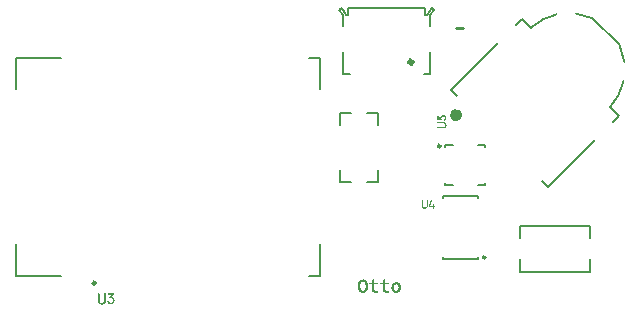
<source format=gto>
G04 Layer_Color=65535*
%FSLAX44Y44*%
%MOMM*%
G71*
G01*
G75*
%ADD30C,0.2000*%
%ADD31C,0.2500*%
%ADD52C,0.1500*%
%ADD54C,0.4000*%
%ADD55C,0.6000*%
%ADD56C,0.2540*%
G36*
X380967Y26622D02*
X381182Y26603D01*
X381455Y26564D01*
X381728Y26525D01*
X382020Y26447D01*
X382313Y26349D01*
X382352Y26330D01*
X382430Y26291D01*
X382567Y26232D01*
X382742Y26154D01*
X382937Y26037D01*
X383152Y25881D01*
X383367Y25725D01*
X383562Y25530D01*
X383581Y25510D01*
X383640Y25432D01*
X383737Y25315D01*
X383854Y25159D01*
X383991Y24964D01*
X384127Y24730D01*
X384244Y24457D01*
X384361Y24164D01*
X384381Y24125D01*
X384400Y24028D01*
X384439Y23852D01*
X384498Y23618D01*
X384557Y23345D01*
X384595Y23033D01*
X384615Y22682D01*
X384635Y22292D01*
Y22272D01*
Y22253D01*
Y22194D01*
Y22116D01*
X384615Y21921D01*
X384595Y21687D01*
X384557Y21394D01*
X384518Y21082D01*
X384439Y20751D01*
X384342Y20438D01*
X384322Y20399D01*
X384283Y20302D01*
X384225Y20146D01*
X384127Y19951D01*
X384010Y19736D01*
X383874Y19502D01*
X383718Y19268D01*
X383523Y19034D01*
X383503Y19014D01*
X383425Y18936D01*
X383308Y18839D01*
X383172Y18702D01*
X382976Y18546D01*
X382742Y18410D01*
X382489Y18254D01*
X382216Y18117D01*
X382177Y18097D01*
X382079Y18078D01*
X381923Y18019D01*
X381708Y17961D01*
X381435Y17902D01*
X381143Y17863D01*
X380811Y17824D01*
X380440Y17805D01*
X380284D01*
X380109Y17824D01*
X379875Y17844D01*
X379621Y17863D01*
X379348Y17922D01*
X379055Y17981D01*
X378763Y18078D01*
X378724Y18097D01*
X378646Y18137D01*
X378509Y18195D01*
X378334Y18293D01*
X378119Y18390D01*
X377924Y18546D01*
X377710Y18702D01*
X377495Y18897D01*
X377475Y18917D01*
X377417Y18995D01*
X377319Y19112D01*
X377202Y19268D01*
X377085Y19463D01*
X376949Y19697D01*
X376832Y19970D01*
X376715Y20263D01*
X376695Y20302D01*
X376676Y20399D01*
X376637Y20575D01*
X376578Y20809D01*
X376520Y21082D01*
X376480Y21414D01*
X376461Y21784D01*
X376441Y22174D01*
Y22194D01*
Y22213D01*
Y22272D01*
Y22350D01*
X376461Y22526D01*
X376480Y22779D01*
X376500Y23052D01*
X376558Y23365D01*
X376617Y23677D01*
X376715Y23989D01*
Y24008D01*
X376734Y24028D01*
X376773Y24125D01*
X376832Y24281D01*
X376929Y24476D01*
X377046Y24711D01*
X377183Y24945D01*
X377339Y25179D01*
X377534Y25413D01*
X377553Y25432D01*
X377631Y25510D01*
X377748Y25608D01*
X377905Y25744D01*
X378100Y25881D01*
X378334Y26037D01*
X378587Y26174D01*
X378860Y26310D01*
X378899Y26330D01*
X378997Y26369D01*
X379153Y26408D01*
X379368Y26486D01*
X379641Y26544D01*
X379933Y26583D01*
X380265Y26622D01*
X380616Y26642D01*
X380772D01*
X380967Y26622D01*
D02*
G37*
G36*
X410653Y96576D02*
X410712Y96564D01*
X410841Y96517D01*
X410911Y96482D01*
X410981Y96424D01*
X410993Y96412D01*
X411016Y96400D01*
X411040Y96365D01*
X411075Y96318D01*
X411145Y96190D01*
X411157Y96108D01*
X411169Y96026D01*
Y96014D01*
Y95967D01*
X411157Y95897D01*
X411133Y95827D01*
X409506Y91201D01*
X411649D01*
Y92337D01*
Y92349D01*
Y92361D01*
X411660Y92431D01*
X411684Y92513D01*
X411719Y92618D01*
X411789Y92724D01*
X411883Y92817D01*
X412023Y92876D01*
X412105Y92887D01*
X412199Y92899D01*
X412222D01*
X412293Y92887D01*
X412374Y92876D01*
X412480Y92829D01*
X412585Y92759D01*
X412679Y92665D01*
X412738Y92524D01*
X412749Y92431D01*
X412761Y92337D01*
Y91201D01*
X413265D01*
X413335Y91190D01*
X413428Y91166D01*
X413534Y91131D01*
X413639Y91061D01*
X413721Y90955D01*
X413768Y90897D01*
X413791Y90815D01*
X413803Y90733D01*
X413815Y90628D01*
Y90616D01*
Y90604D01*
X413803Y90546D01*
X413780Y90452D01*
X413745Y90347D01*
X413674Y90241D01*
X413569Y90159D01*
X413510Y90112D01*
X413428Y90089D01*
X413346Y90077D01*
X413241Y90066D01*
X412761D01*
Y89457D01*
Y89433D01*
X412749Y89375D01*
X412738Y89281D01*
X412691Y89187D01*
X412620Y89082D01*
X412527Y88988D01*
X412386Y88930D01*
X412293Y88918D01*
X412199Y88906D01*
X412175D01*
X412117Y88918D01*
X412023Y88941D01*
X411930Y88977D01*
X411824Y89047D01*
X411730Y89141D01*
X411672Y89281D01*
X411660Y89363D01*
X411649Y89457D01*
Y90066D01*
X408604D01*
X408557Y90077D01*
X408487Y90101D01*
X408417Y90136D01*
X408346Y90206D01*
X408276Y90311D01*
X408253Y90370D01*
X408229Y90452D01*
X408218Y90534D01*
Y90639D01*
Y90651D01*
Y90674D01*
Y90721D01*
X408229Y90792D01*
X408253Y90944D01*
X408300Y91119D01*
X410068Y96213D01*
X410079Y96225D01*
X410091Y96271D01*
X410126Y96330D01*
X410185Y96400D01*
X410243Y96471D01*
X410337Y96529D01*
X410443Y96576D01*
X410571Y96588D01*
X410606D01*
X410653Y96576D01*
D02*
G37*
G36*
X371311Y26466D02*
X374608D01*
Y24886D01*
X371311D01*
Y20887D01*
Y20848D01*
Y20770D01*
X371331Y20633D01*
X371350Y20477D01*
X371389Y20302D01*
X371448Y20126D01*
X371526Y19951D01*
X371643Y19795D01*
X371662Y19775D01*
X371701Y19736D01*
X371799Y19678D01*
X371916Y19619D01*
X372052Y19541D01*
X372247Y19483D01*
X372481Y19444D01*
X372755Y19424D01*
X372950D01*
X373067Y19444D01*
X373223D01*
X373379Y19463D01*
X373730Y19502D01*
X373750D01*
X373808Y19522D01*
X373906Y19541D01*
X374023Y19561D01*
X374296Y19619D01*
X374608Y19697D01*
Y18078D01*
X374588D01*
X374510Y18059D01*
X374393Y18039D01*
X374257Y18019D01*
X374081Y17981D01*
X373886Y17941D01*
X373476Y17883D01*
X373457D01*
X373379Y17863D01*
X373281D01*
X373145Y17844D01*
X372989Y17824D01*
X372794D01*
X372423Y17805D01*
X372286D01*
X372130Y17824D01*
X371935D01*
X371701Y17844D01*
X371467Y17883D01*
X371214Y17922D01*
X370979Y17981D01*
X370960D01*
X370882Y18019D01*
X370765Y18059D01*
X370628Y18097D01*
X370297Y18254D01*
X370141Y18371D01*
X369985Y18488D01*
X369965Y18507D01*
X369926Y18546D01*
X369848Y18644D01*
X369770Y18741D01*
X369673Y18878D01*
X369575Y19034D01*
X369477Y19209D01*
X369399Y19404D01*
Y19424D01*
X369380Y19502D01*
X369341Y19619D01*
X369321Y19775D01*
X369282Y19970D01*
X369243Y20204D01*
X369224Y20458D01*
Y20731D01*
Y24886D01*
X366941D01*
Y26466D01*
X369224D01*
Y28631D01*
X371311Y29178D01*
Y26466D01*
D02*
G37*
G36*
X352779Y29061D02*
X352955Y29041D01*
X353169Y29002D01*
X353404Y28963D01*
X353638Y28905D01*
X353911Y28826D01*
X354164Y28729D01*
X354437Y28612D01*
X354711Y28475D01*
X354964Y28300D01*
X355218Y28105D01*
X355452Y27890D01*
X355666Y27636D01*
X355686Y27617D01*
X355705Y27578D01*
X355764Y27480D01*
X355842Y27363D01*
X355920Y27227D01*
X356017Y27051D01*
X356115Y26837D01*
X356213Y26583D01*
X356310Y26310D01*
X356408Y25998D01*
X356505Y25647D01*
X356583Y25276D01*
X356661Y24886D01*
X356720Y24437D01*
X356739Y23969D01*
X356759Y23482D01*
Y23462D01*
Y23423D01*
Y23345D01*
Y23228D01*
X356739Y23111D01*
Y22955D01*
X356720Y22604D01*
X356681Y22213D01*
X356603Y21784D01*
X356525Y21336D01*
X356408Y20926D01*
Y20907D01*
X356388Y20887D01*
X356369Y20828D01*
X356349Y20751D01*
X356271Y20555D01*
X356154Y20302D01*
X356017Y20029D01*
X355861Y19717D01*
X355666Y19424D01*
X355452Y19151D01*
X355432Y19112D01*
X355354Y19034D01*
X355218Y18917D01*
X355042Y18761D01*
X354847Y18605D01*
X354593Y18429D01*
X354320Y18273D01*
X354028Y18137D01*
X353989Y18117D01*
X353891Y18078D01*
X353735Y18039D01*
X353521Y17981D01*
X353267Y17902D01*
X352974Y17863D01*
X352643Y17824D01*
X352311Y17805D01*
X352214D01*
X352096Y17824D01*
X351960D01*
X351784Y17844D01*
X351570Y17883D01*
X351336Y17922D01*
X351102Y17981D01*
X350829Y18059D01*
X350575Y18156D01*
X350302Y18273D01*
X350029Y18410D01*
X349775Y18566D01*
X349522Y18761D01*
X349287Y18975D01*
X349073Y19229D01*
X349053Y19248D01*
X349034Y19288D01*
X348975Y19385D01*
X348897Y19502D01*
X348819Y19639D01*
X348741Y19834D01*
X348644Y20029D01*
X348546Y20282D01*
X348429Y20555D01*
X348332Y20868D01*
X348254Y21219D01*
X348176Y21589D01*
X348097Y21979D01*
X348039Y22428D01*
X348019Y22896D01*
X348000Y23384D01*
Y23403D01*
Y23442D01*
Y23521D01*
Y23638D01*
X348019Y23755D01*
Y23911D01*
X348039Y24262D01*
X348078Y24652D01*
X348136Y25081D01*
X348215Y25530D01*
X348332Y25939D01*
Y25959D01*
X348351Y25978D01*
X348371Y26037D01*
X348390Y26115D01*
X348468Y26310D01*
X348585Y26564D01*
X348722Y26837D01*
X348878Y27129D01*
X349073Y27422D01*
X349287Y27695D01*
X349307Y27734D01*
X349404Y27812D01*
X349522Y27929D01*
X349697Y28085D01*
X349892Y28261D01*
X350126Y28436D01*
X350399Y28592D01*
X350692Y28729D01*
X350731Y28749D01*
X350829Y28788D01*
X351004Y28846D01*
X351219Y28905D01*
X351472Y28963D01*
X351765Y29022D01*
X352096Y29061D01*
X352428Y29080D01*
X352643D01*
X352779Y29061D01*
D02*
G37*
G36*
X361928Y26466D02*
X365225D01*
Y24886D01*
X361928D01*
Y20887D01*
Y20848D01*
Y20770D01*
X361948Y20633D01*
X361967Y20477D01*
X362006Y20302D01*
X362065Y20126D01*
X362143Y19951D01*
X362260Y19795D01*
X362279Y19775D01*
X362318Y19736D01*
X362416Y19678D01*
X362533Y19619D01*
X362669Y19541D01*
X362864Y19483D01*
X363099Y19444D01*
X363372Y19424D01*
X363567D01*
X363684Y19444D01*
X363840D01*
X363996Y19463D01*
X364347Y19502D01*
X364366D01*
X364425Y19522D01*
X364523Y19541D01*
X364640Y19561D01*
X364913Y19619D01*
X365225Y19697D01*
Y18078D01*
X365205D01*
X365127Y18059D01*
X365010Y18039D01*
X364874Y18019D01*
X364698Y17981D01*
X364503Y17941D01*
X364093Y17883D01*
X364074D01*
X363996Y17863D01*
X363898D01*
X363762Y17844D01*
X363606Y17824D01*
X363411D01*
X363040Y17805D01*
X362904D01*
X362747Y17824D01*
X362552D01*
X362318Y17844D01*
X362084Y17883D01*
X361831Y17922D01*
X361596Y17981D01*
X361577D01*
X361499Y18019D01*
X361382Y18059D01*
X361245Y18097D01*
X360914Y18254D01*
X360758Y18371D01*
X360602Y18488D01*
X360582Y18507D01*
X360543Y18546D01*
X360465Y18644D01*
X360387Y18741D01*
X360289Y18878D01*
X360192Y19034D01*
X360094Y19209D01*
X360016Y19404D01*
Y19424D01*
X359997Y19502D01*
X359958Y19619D01*
X359938Y19775D01*
X359899Y19970D01*
X359860Y20204D01*
X359841Y20458D01*
Y20731D01*
Y24886D01*
X357559D01*
Y26466D01*
X359841D01*
Y28631D01*
X361928Y29178D01*
Y26466D01*
D02*
G37*
G36*
X141401Y17451D02*
X141504Y17407D01*
X141606Y17364D01*
X141679Y17290D01*
X141738Y17188D01*
X141767Y17042D01*
Y17027D01*
X141753Y16998D01*
X141738Y16925D01*
X141694Y16837D01*
X141621Y16720D01*
X141504Y16573D01*
X141358Y16398D01*
X141153Y16193D01*
X139660Y14686D01*
X139690D01*
X139763Y14657D01*
X139895Y14628D01*
X140041Y14569D01*
X140231Y14496D01*
X140436Y14394D01*
X140655Y14262D01*
X140889Y14101D01*
X141124Y13911D01*
X141343Y13677D01*
X141548Y13413D01*
X141738Y13091D01*
X141899Y12740D01*
X142016Y12331D01*
X142089Y11877D01*
X142118Y11365D01*
Y11350D01*
Y11292D01*
Y11219D01*
X142104Y11102D01*
X142089Y10970D01*
X142060Y10809D01*
X142031Y10633D01*
X142001Y10443D01*
X141884Y10034D01*
X141797Y9814D01*
X141709Y9595D01*
X141592Y9390D01*
X141460Y9170D01*
X141314Y8966D01*
X141138Y8775D01*
X141124Y8761D01*
X141094Y8731D01*
X141050Y8688D01*
X140977Y8644D01*
X140889Y8571D01*
X140802Y8497D01*
X140670Y8410D01*
X140538Y8336D01*
X140392Y8249D01*
X140231Y8161D01*
X139865Y8029D01*
X139660Y7971D01*
X139456Y7927D01*
X139236Y7898D01*
X139002Y7883D01*
X138914D01*
X138841Y7898D01*
X138753D01*
X138651Y7912D01*
X138432Y7956D01*
X138153Y8015D01*
X137861Y8117D01*
X137568Y8249D01*
X137276Y8439D01*
X137261Y8454D01*
X137246Y8468D01*
X137203Y8512D01*
X137144Y8556D01*
X136998Y8702D01*
X136822Y8892D01*
X136617Y9141D01*
X136427Y9434D01*
X136237Y9785D01*
X136091Y10180D01*
Y10195D01*
X136076Y10253D01*
X136061Y10312D01*
Y10399D01*
Y10414D01*
Y10458D01*
X136076Y10502D01*
X136091Y10575D01*
X136149Y10736D01*
X136193Y10824D01*
X136266Y10897D01*
X136281Y10912D01*
X136310Y10926D01*
X136339Y10955D01*
X136398Y10999D01*
X136559Y11058D01*
X136647Y11072D01*
X136749Y11087D01*
X136764D01*
X136822Y11072D01*
X136910Y11058D01*
X137012Y11014D01*
X137115Y10941D01*
X137232Y10838D01*
X137320Y10692D01*
X137393Y10502D01*
X137407Y10473D01*
X137437Y10414D01*
X137480Y10312D01*
X137554Y10195D01*
X137641Y10048D01*
X137773Y9887D01*
X137919Y9726D01*
X138095Y9580D01*
X138110Y9566D01*
X138168Y9536D01*
X138241Y9507D01*
X138344Y9463D01*
X138475Y9405D01*
X138622Y9375D01*
X138797Y9346D01*
X138987Y9331D01*
X139017D01*
X139104Y9346D01*
X139236Y9361D01*
X139397Y9390D01*
X139587Y9434D01*
X139777Y9522D01*
X139968Y9624D01*
X140158Y9770D01*
Y9785D01*
X140187Y9800D01*
X140246Y9887D01*
X140348Y10034D01*
X140465Y10224D01*
X140568Y10443D01*
X140670Y10721D01*
X140728Y11028D01*
X140758Y11365D01*
Y11380D01*
Y11409D01*
Y11467D01*
X140743Y11526D01*
Y11614D01*
X140728Y11716D01*
X140685Y11936D01*
X140611Y12184D01*
X140509Y12433D01*
X140363Y12682D01*
X140173Y12887D01*
X140158Y12901D01*
X140099Y12945D01*
X139997Y13004D01*
X139865Y13091D01*
X139690Y13164D01*
X139500Y13252D01*
X139265Y13311D01*
X139002Y13369D01*
X138929D01*
X138856Y13384D01*
X138753D01*
X138622Y13399D01*
X138490Y13413D01*
X138183Y13428D01*
X138139D01*
X138080Y13442D01*
X138022Y13457D01*
X137875Y13516D01*
X137788Y13560D01*
X137715Y13618D01*
Y13633D01*
X137685Y13647D01*
X137627Y13735D01*
X137568Y13852D01*
X137554Y13940D01*
X137539Y14013D01*
Y14028D01*
Y14072D01*
X137554Y14130D01*
X137568Y14203D01*
X137598Y14306D01*
X137656Y14408D01*
X137715Y14511D01*
X137802Y14613D01*
X139339Y16047D01*
X137100D01*
X137027Y16061D01*
X136910Y16091D01*
X136793Y16135D01*
X136661Y16222D01*
X136544Y16339D01*
X136471Y16515D01*
X136456Y16617D01*
X136442Y16734D01*
Y16749D01*
Y16764D01*
X136456Y16851D01*
X136471Y16968D01*
X136530Y17100D01*
X136603Y17232D01*
X136720Y17334D01*
X136895Y17422D01*
X136998Y17437D01*
X137115Y17451D01*
X141241Y17466D01*
X141328D01*
X141401Y17451D01*
D02*
G37*
G36*
X420717Y162375D02*
X420881Y162351D01*
X421068Y162304D01*
X421279Y162246D01*
X421513Y162176D01*
X421747Y162070D01*
X421981Y161930D01*
X422215Y161766D01*
X422438Y161555D01*
X422649Y161309D01*
X422742Y161168D01*
X422824Y161016D01*
X422906Y160841D01*
X422977Y160665D01*
X423035Y160478D01*
X423082Y160279D01*
X423117Y160056D01*
X423140Y159822D01*
Y159810D01*
Y159775D01*
Y159717D01*
Y159646D01*
Y159553D01*
X423129Y159436D01*
X423117Y159319D01*
X423094Y159190D01*
X423035Y158885D01*
X422988Y158733D01*
X422930Y158569D01*
X422859Y158405D01*
X422777Y158241D01*
X422684Y158089D01*
X422567Y157925D01*
X422555Y157913D01*
X422532Y157890D01*
X422485Y157843D01*
X422426Y157785D01*
X422356Y157714D01*
X422262Y157632D01*
X422157Y157550D01*
X422040Y157468D01*
X421899Y157375D01*
X421759Y157293D01*
X421583Y157211D01*
X421408Y157141D01*
X421220Y157082D01*
X421009Y157035D01*
X420799Y157012D01*
X420564Y157000D01*
X415963D01*
X415892Y157012D01*
X415799Y157035D01*
X415693Y157070D01*
X415588Y157141D01*
X415506Y157234D01*
X415436Y157375D01*
X415424Y157457D01*
X415412Y157550D01*
Y157562D01*
Y157574D01*
X415424Y157644D01*
X415447Y157726D01*
X415483Y157831D01*
X415553Y157937D01*
X415658Y158030D01*
X415717Y158066D01*
X415799Y158089D01*
X415881Y158101D01*
X415986Y158112D01*
X420635D01*
X420693Y158124D01*
X420752Y158136D01*
X420822Y158147D01*
X420998Y158183D01*
X421208Y158253D01*
X421419Y158358D01*
X421525Y158417D01*
X421642Y158499D01*
X421747Y158581D01*
X421852Y158686D01*
X421864Y158710D01*
X421888Y158768D01*
X421923Y158850D01*
X421958Y158979D01*
X421993Y159131D01*
X422028Y159295D01*
X422040Y159494D01*
Y159705D01*
Y159728D01*
X422028Y159775D01*
X422016Y159845D01*
X422005Y159951D01*
X421970Y160068D01*
X421934Y160208D01*
X421876Y160349D01*
X421806Y160501D01*
X421724Y160642D01*
X421618Y160782D01*
X421501Y160923D01*
X421349Y161040D01*
X421173Y161145D01*
X420974Y161215D01*
X420752Y161274D01*
X420494Y161286D01*
X415963D01*
X415892Y161297D01*
X415799Y161309D01*
X415693Y161356D01*
X415588Y161414D01*
X415506Y161508D01*
X415436Y161649D01*
X415424Y161731D01*
X415412Y161824D01*
Y161836D01*
Y161848D01*
X415424Y161918D01*
X415447Y162000D01*
X415483Y162105D01*
X415553Y162211D01*
X415658Y162304D01*
X415717Y162339D01*
X415799Y162363D01*
X415881Y162375D01*
X415986Y162386D01*
X420600D01*
X420717Y162375D01*
D02*
G37*
G36*
X420576Y168253D02*
X420670D01*
X420787Y168229D01*
X420916Y168218D01*
X421045Y168194D01*
X421349Y168124D01*
X421665Y168018D01*
X421829Y167948D01*
X421981Y167878D01*
X422133Y167784D01*
X422286Y167679D01*
X422297Y167667D01*
X422321Y167656D01*
X422356Y167620D01*
X422403Y167574D01*
X422461Y167515D01*
X422520Y167445D01*
X422590Y167363D01*
X422660Y167269D01*
X422731Y167164D01*
X422801Y167035D01*
X422871Y166906D01*
X422941Y166766D01*
X422988Y166602D01*
X423035Y166426D01*
X423070Y166250D01*
X423094Y166051D01*
Y166040D01*
Y166016D01*
Y165969D01*
Y165899D01*
Y165817D01*
X423082Y165735D01*
X423059Y165513D01*
X423012Y165267D01*
X422918Y165009D01*
X422859Y164869D01*
X422789Y164728D01*
X422707Y164599D01*
X422614Y164471D01*
X422602Y164459D01*
X422590Y164447D01*
X422555Y164412D01*
X422520Y164365D01*
X422403Y164260D01*
X422251Y164119D01*
X422052Y163967D01*
X421817Y163815D01*
X421536Y163674D01*
X421232Y163545D01*
X421208D01*
X421162Y163534D01*
X421103Y163522D01*
X421021Y163510D01*
X420986D01*
X420939Y163522D01*
X420881Y163534D01*
X420764Y163581D01*
X420693Y163616D01*
X420635Y163674D01*
X420623Y163686D01*
X420611Y163710D01*
X420588Y163745D01*
X420553Y163791D01*
X420506Y163920D01*
X420494Y163990D01*
X420482Y164072D01*
Y164084D01*
X420494Y164131D01*
X420506Y164201D01*
X420541Y164283D01*
X420600Y164365D01*
X420693Y164447D01*
X420822Y164529D01*
X420892Y164564D01*
X420986Y164588D01*
X420998D01*
X421033Y164611D01*
X421080Y164634D01*
X421150Y164670D01*
X421232Y164716D01*
X421314Y164775D01*
X421501Y164916D01*
X421688Y165115D01*
X421771Y165220D01*
X421852Y165349D01*
X421911Y165478D01*
X421958Y165618D01*
X421981Y165782D01*
Y165946D01*
Y165958D01*
Y165969D01*
X421970Y166051D01*
X421946Y166157D01*
X421899Y166285D01*
X421841Y166438D01*
X421747Y166590D01*
X421630Y166742D01*
X421478Y166871D01*
X421454Y166883D01*
X421396Y166918D01*
X421314Y166965D01*
X421185Y167023D01*
X421021Y167082D01*
X420845Y167129D01*
X420623Y167164D01*
X420389Y167176D01*
X420330D01*
X420283Y167164D01*
X420166Y167152D01*
X420014Y167129D01*
X419838Y167070D01*
X419663Y167000D01*
X419464Y166906D01*
X419288Y166766D01*
X419265Y166742D01*
X419218Y166695D01*
X419136Y166613D01*
X419054Y166496D01*
X418972Y166356D01*
X418890Y166204D01*
X418843Y166016D01*
X418820Y165829D01*
Y165817D01*
Y165794D01*
Y165759D01*
Y165700D01*
X418843Y165571D01*
X418867Y165396D01*
X418913Y165197D01*
X418984Y164998D01*
X419077Y164787D01*
X419206Y164599D01*
X419218Y164588D01*
X419241Y164553D01*
X419276Y164506D01*
X419311Y164436D01*
X419382Y164283D01*
X419405Y164201D01*
X419417Y164119D01*
Y164096D01*
X419405Y164049D01*
X419394Y163979D01*
X419358Y163897D01*
X419288Y163803D01*
X419206Y163733D01*
X419077Y163686D01*
X419007Y163663D01*
X415436D01*
Y167152D01*
Y167164D01*
Y167176D01*
X415447Y167246D01*
X415459Y167328D01*
X415506Y167433D01*
X415576Y167539D01*
X415670Y167632D01*
X415810Y167691D01*
X415904Y167702D01*
X415998Y167714D01*
X416021D01*
X416080Y167702D01*
X416173Y167691D01*
X416267Y167644D01*
X416372Y167574D01*
X416466Y167480D01*
X416525Y167339D01*
X416536Y167246D01*
X416548Y167152D01*
Y164752D01*
X417906D01*
X417895Y164763D01*
X417871Y164822D01*
X417836Y164904D01*
X417789Y165021D01*
X417754Y165173D01*
X417719Y165361D01*
X417696Y165583D01*
X417684Y165829D01*
Y165841D01*
Y165876D01*
Y165923D01*
X417696Y165993D01*
X417707Y166075D01*
X417731Y166168D01*
X417754Y166274D01*
X417789Y166391D01*
X417824Y166520D01*
X417883Y166660D01*
X417942Y166801D01*
X418023Y166941D01*
X418117Y167082D01*
X418223Y167234D01*
X418351Y167374D01*
X418492Y167515D01*
X418504Y167527D01*
X418527Y167550D01*
X418574Y167585D01*
X418632Y167632D01*
X418714Y167691D01*
X418808Y167749D01*
X418913Y167819D01*
X419030Y167890D01*
X419159Y167960D01*
X419311Y168030D01*
X419628Y168147D01*
X419803Y168194D01*
X419991Y168229D01*
X420190Y168253D01*
X420389Y168264D01*
X420494D01*
X420576Y168253D01*
D02*
G37*
G36*
X134145Y17466D02*
X134247Y17437D01*
X134379Y17393D01*
X134510Y17305D01*
X134628Y17173D01*
X134671Y17100D01*
X134701Y16998D01*
X134715Y16895D01*
X134730Y16764D01*
Y11131D01*
Y11116D01*
Y11102D01*
Y11058D01*
Y10999D01*
X134715Y10853D01*
X134686Y10648D01*
X134628Y10414D01*
X134554Y10151D01*
X134467Y9858D01*
X134335Y9566D01*
X134159Y9273D01*
X133955Y8980D01*
X133691Y8702D01*
X133384Y8439D01*
X133208Y8322D01*
X133018Y8220D01*
X132799Y8117D01*
X132579Y8029D01*
X132345Y7956D01*
X132097Y7898D01*
X131819Y7854D01*
X131526Y7824D01*
X131189D01*
X131043Y7839D01*
X130897Y7854D01*
X130736Y7883D01*
X130356Y7956D01*
X130165Y8015D01*
X129960Y8088D01*
X129756Y8176D01*
X129551Y8278D01*
X129361Y8395D01*
X129156Y8541D01*
X129141Y8556D01*
X129112Y8585D01*
X129053Y8644D01*
X128980Y8717D01*
X128892Y8805D01*
X128790Y8922D01*
X128688Y9053D01*
X128585Y9200D01*
X128468Y9375D01*
X128366Y9551D01*
X128263Y9770D01*
X128176Y9990D01*
X128102Y10224D01*
X128044Y10487D01*
X128015Y10750D01*
X128000Y11043D01*
Y16764D01*
Y16778D01*
Y16793D01*
X128015Y16881D01*
X128044Y16998D01*
X128088Y17129D01*
X128176Y17261D01*
X128293Y17364D01*
X128468Y17451D01*
X128571Y17466D01*
X128688Y17480D01*
X128717D01*
X128805Y17466D01*
X128907Y17437D01*
X129039Y17393D01*
X129170Y17305D01*
X129288Y17173D01*
X129331Y17100D01*
X129361Y16998D01*
X129375Y16895D01*
X129390Y16764D01*
Y11043D01*
Y11028D01*
Y10999D01*
Y10955D01*
X129404Y10882D01*
X129419Y10809D01*
X129434Y10721D01*
X129478Y10502D01*
X129565Y10238D01*
X129697Y9975D01*
X129770Y9843D01*
X129873Y9697D01*
X129975Y9566D01*
X130107Y9434D01*
X130136Y9419D01*
X130209Y9390D01*
X130312Y9346D01*
X130472Y9302D01*
X130663Y9258D01*
X130868Y9214D01*
X131116Y9200D01*
X131409D01*
X131467Y9214D01*
X131555Y9229D01*
X131687Y9244D01*
X131833Y9287D01*
X132009Y9331D01*
X132184Y9405D01*
X132374Y9492D01*
X132550Y9595D01*
X132726Y9726D01*
X132901Y9873D01*
X133048Y10063D01*
X133179Y10282D01*
X133267Y10531D01*
X133340Y10809D01*
X133355Y11131D01*
Y16764D01*
Y16778D01*
Y16793D01*
X133369Y16881D01*
X133384Y16998D01*
X133442Y17129D01*
X133516Y17261D01*
X133633Y17364D01*
X133808Y17451D01*
X133911Y17466D01*
X134028Y17480D01*
X134057D01*
X134145Y17466D01*
D02*
G37*
G36*
X406918Y96576D02*
X407000Y96553D01*
X407105Y96517D01*
X407211Y96447D01*
X407304Y96342D01*
X407340Y96283D01*
X407363Y96201D01*
X407375Y96119D01*
X407386Y96014D01*
Y91506D01*
Y91494D01*
Y91482D01*
Y91447D01*
Y91400D01*
X407375Y91283D01*
X407351Y91119D01*
X407304Y90932D01*
X407246Y90721D01*
X407176Y90487D01*
X407070Y90253D01*
X406930Y90019D01*
X406766Y89784D01*
X406555Y89562D01*
X406309Y89351D01*
X406169Y89258D01*
X406016Y89176D01*
X405841Y89094D01*
X405665Y89023D01*
X405478Y88965D01*
X405279Y88918D01*
X405056Y88883D01*
X404822Y88860D01*
X404553D01*
X404436Y88871D01*
X404319Y88883D01*
X404190Y88906D01*
X403885Y88965D01*
X403733Y89012D01*
X403569Y89070D01*
X403405Y89141D01*
X403241Y89222D01*
X403089Y89316D01*
X402925Y89433D01*
X402913Y89445D01*
X402890Y89468D01*
X402843Y89515D01*
X402785Y89574D01*
X402714Y89644D01*
X402632Y89738D01*
X402550Y89843D01*
X402468Y89960D01*
X402375Y90101D01*
X402293Y90241D01*
X402211Y90417D01*
X402141Y90592D01*
X402082Y90780D01*
X402035Y90991D01*
X402012Y91201D01*
X402000Y91436D01*
Y96014D01*
Y96026D01*
Y96037D01*
X402012Y96108D01*
X402035Y96201D01*
X402070Y96307D01*
X402141Y96412D01*
X402234Y96494D01*
X402375Y96564D01*
X402457Y96576D01*
X402550Y96588D01*
X402574D01*
X402644Y96576D01*
X402726Y96553D01*
X402831Y96517D01*
X402937Y96447D01*
X403030Y96342D01*
X403066Y96283D01*
X403089Y96201D01*
X403101Y96119D01*
X403112Y96014D01*
Y91436D01*
Y91424D01*
Y91400D01*
Y91365D01*
X403124Y91307D01*
X403136Y91248D01*
X403148Y91178D01*
X403183Y91002D01*
X403253Y90792D01*
X403358Y90581D01*
X403417Y90475D01*
X403499Y90358D01*
X403581Y90253D01*
X403686Y90147D01*
X403710Y90136D01*
X403768Y90112D01*
X403850Y90077D01*
X403979Y90042D01*
X404131Y90007D01*
X404295Y89972D01*
X404494Y89960D01*
X404728D01*
X404775Y89972D01*
X404845Y89984D01*
X404951Y89995D01*
X405068Y90030D01*
X405208Y90066D01*
X405349Y90124D01*
X405501Y90194D01*
X405642Y90276D01*
X405782Y90382D01*
X405923Y90499D01*
X406040Y90651D01*
X406145Y90827D01*
X406215Y91026D01*
X406274Y91248D01*
X406286Y91506D01*
Y96014D01*
Y96026D01*
Y96037D01*
X406297Y96108D01*
X406309Y96201D01*
X406356Y96307D01*
X406414Y96412D01*
X406508Y96494D01*
X406649Y96564D01*
X406731Y96576D01*
X406824Y96588D01*
X406848D01*
X406918Y96576D01*
D02*
G37*
%LPC*%
G36*
X380538Y24886D02*
X380460D01*
X380343Y24866D01*
X380226D01*
X379933Y24788D01*
X379777Y24750D01*
X379641Y24671D01*
X379621D01*
X379582Y24632D01*
X379504Y24593D01*
X379426Y24515D01*
X379231Y24340D01*
X379016Y24086D01*
Y24067D01*
X378977Y24028D01*
X378938Y23950D01*
X378880Y23852D01*
X378821Y23735D01*
X378763Y23579D01*
X378665Y23247D01*
Y23228D01*
X378646Y23169D01*
X378626Y23072D01*
Y22935D01*
X378607Y22779D01*
X378587Y22604D01*
X378568Y22213D01*
Y22194D01*
Y22155D01*
Y22097D01*
Y21999D01*
X378587Y21765D01*
X378626Y21472D01*
X378704Y21141D01*
X378782Y20809D01*
X378919Y20497D01*
X379095Y20224D01*
X379114Y20204D01*
X379192Y20126D01*
X379309Y20009D01*
X379465Y19892D01*
X379680Y19775D01*
X379933Y19658D01*
X380206Y19580D01*
X380538Y19561D01*
X380616D01*
X380714Y19580D01*
X380831D01*
X381123Y19639D01*
X381416Y19756D01*
X381435D01*
X381474Y19795D01*
X381552Y19834D01*
X381650Y19892D01*
X381845Y20068D01*
X382040Y20321D01*
X382060Y20341D01*
X382079Y20380D01*
X382118Y20458D01*
X382177Y20575D01*
X382235Y20692D01*
X382294Y20848D01*
X382391Y21180D01*
Y21199D01*
X382411Y21258D01*
X382430Y21355D01*
X382450Y21492D01*
X382469Y21648D01*
X382489Y21823D01*
X382508Y22233D01*
Y22253D01*
Y22292D01*
Y22370D01*
Y22448D01*
X382489Y22682D01*
X382450Y22974D01*
X382391Y23306D01*
X382294Y23638D01*
X382177Y23950D01*
X382001Y24223D01*
X381982Y24242D01*
X381903Y24320D01*
X381786Y24437D01*
X381630Y24554D01*
X381435Y24671D01*
X381182Y24788D01*
X380889Y24866D01*
X380538Y24886D01*
D02*
G37*
G36*
X352370Y27227D02*
X352272D01*
X352155Y27207D01*
X352019Y27188D01*
X351862Y27168D01*
X351687Y27129D01*
X351531Y27051D01*
X351355Y26973D01*
X351336Y26954D01*
X351297Y26934D01*
X351219Y26876D01*
X351121Y26798D01*
X351004Y26681D01*
X350887Y26564D01*
X350789Y26427D01*
X350672Y26251D01*
X350653Y26232D01*
X350634Y26174D01*
X350575Y26076D01*
X350516Y25939D01*
X350458Y25764D01*
X350399Y25569D01*
X350341Y25335D01*
X350282Y25081D01*
Y25042D01*
X350263Y24964D01*
X350243Y24808D01*
X350224Y24613D01*
X350204Y24379D01*
X350185Y24106D01*
X350165Y23813D01*
Y23482D01*
Y23462D01*
Y23403D01*
Y23306D01*
Y23169D01*
X350185Y23013D01*
Y22818D01*
X350204Y22623D01*
X350224Y22389D01*
X350282Y21921D01*
X350380Y21453D01*
X350497Y20985D01*
X350575Y20789D01*
X350672Y20594D01*
Y20575D01*
X350692Y20555D01*
X350770Y20458D01*
X350907Y20302D01*
X351082Y20126D01*
X351316Y19951D01*
X351609Y19814D01*
X351960Y19697D01*
X352155Y19678D01*
X352370Y19658D01*
X352467D01*
X352584Y19678D01*
X352721Y19697D01*
X353033Y19756D01*
X353208Y19814D01*
X353364Y19892D01*
X353384Y19912D01*
X353442Y19931D01*
X353521Y19990D01*
X353618Y20087D01*
X353716Y20185D01*
X353852Y20302D01*
X353950Y20458D01*
X354067Y20614D01*
X354086Y20633D01*
X354106Y20692D01*
X354164Y20809D01*
X354223Y20946D01*
X354281Y21102D01*
X354340Y21297D01*
X354398Y21531D01*
X354457Y21784D01*
Y21823D01*
X354476Y21901D01*
X354496Y22057D01*
X354535Y22253D01*
X354554Y22487D01*
X354574Y22760D01*
X354593Y23052D01*
Y23384D01*
Y23403D01*
Y23462D01*
Y23560D01*
Y23696D01*
X354574Y23852D01*
Y24047D01*
X354554Y24242D01*
X354535Y24476D01*
X354457Y24945D01*
X354379Y25413D01*
X354242Y25881D01*
X354164Y26076D01*
X354067Y26271D01*
Y26291D01*
X354047Y26310D01*
X353969Y26427D01*
X353852Y26583D01*
X353657Y26759D01*
X353423Y26934D01*
X353130Y27071D01*
X352779Y27188D01*
X352584Y27207D01*
X352370Y27227D01*
D02*
G37*
%LPD*%
D30*
X573706Y213321D02*
G03*
X569662Y227196I-47094J-6200D01*
G01*
X516331Y253495D02*
G03*
X494483Y242106I10281J-46374D01*
G01*
X561529Y174917D02*
G03*
X572986Y196840I-34916J32204D01*
G01*
X546687Y250171D02*
G03*
X532812Y254215I-20074J-43050D01*
G01*
X365000Y112000D02*
Y122000D01*
X356000Y112000D02*
X365000D01*
X333000D02*
X342000D01*
X333000D02*
Y122000D01*
X333000Y160000D02*
Y170000D01*
X342000D01*
X356000D02*
X365000D01*
Y160000D02*
Y170000D01*
X508935Y107419D02*
X548886Y147371D01*
X503808Y112546D02*
X508935Y107419D01*
X426910Y189444D02*
X432037Y184317D01*
X426910Y189444D02*
X466862Y229395D01*
X481711Y244244D02*
X487014Y249548D01*
X494469Y242093D01*
X561587Y174975D02*
X569039Y167523D01*
X563736Y162220D02*
X569039Y167523D01*
X546687Y250171D02*
X569662Y227196D01*
X485000Y35500D02*
Y46000D01*
X545000Y35500D02*
Y46000D01*
Y64000D02*
Y74500D01*
X485000Y64000D02*
Y74500D01*
Y35500D02*
X545000D01*
X485000Y74500D02*
X545000D01*
X422000Y109000D02*
X428500D01*
X422000D02*
Y110500D01*
X449500Y109000D02*
X456000D01*
Y110500D01*
Y141500D02*
Y143000D01*
X449500D02*
X456000D01*
X422000D02*
X428500D01*
X422000Y141500D02*
Y143000D01*
X450000Y98000D02*
Y100000D01*
X420000D02*
X450000D01*
X420000Y98000D02*
Y100000D01*
X450000Y46000D02*
Y48000D01*
X420000Y46000D02*
X450000D01*
X420000D02*
Y48000D01*
X316000Y31849D02*
Y58699D01*
X307000Y31849D02*
X316000D01*
Y189999D02*
Y216849D01*
X307000D02*
X316000D01*
X59000D02*
X96450D01*
X59000Y189999D02*
Y216849D01*
Y31849D02*
Y58699D01*
Y31849D02*
X96450D01*
D31*
X418250Y142000D02*
G03*
X418250Y142000I-1250J0D01*
G01*
X126000Y26099D02*
G03*
X126000Y26099I-1250J0D01*
G01*
D52*
X404900Y252850D02*
X407000D01*
X404900D02*
Y258850D01*
X338000Y252850D02*
X340100D01*
Y258850D01*
X404900D01*
X410750D02*
X412500Y257600D01*
X407000Y252850D02*
X410750Y258850D01*
X409500Y252850D02*
X412500Y257600D01*
X332500D02*
X335500Y252850D01*
X334250Y258850D02*
X338000Y252850D01*
X332500Y257600D02*
X334250Y258850D01*
X335500Y202750D02*
Y221250D01*
Y243650D02*
Y252850D01*
X409500Y243650D02*
Y252850D01*
Y202750D02*
Y221250D01*
X335500Y202750D02*
X341000D01*
X404000D02*
X409500D01*
D54*
X394328Y213175D02*
G03*
X394328Y213175I-1414J0D01*
G01*
D55*
X433389Y168230D02*
G03*
X433389Y168230I-2236J0D01*
G01*
D56*
X456000Y48000D02*
G03*
X456000Y48000I-1000J0D01*
G01*
X431000Y242000D02*
X437000D01*
M02*

</source>
